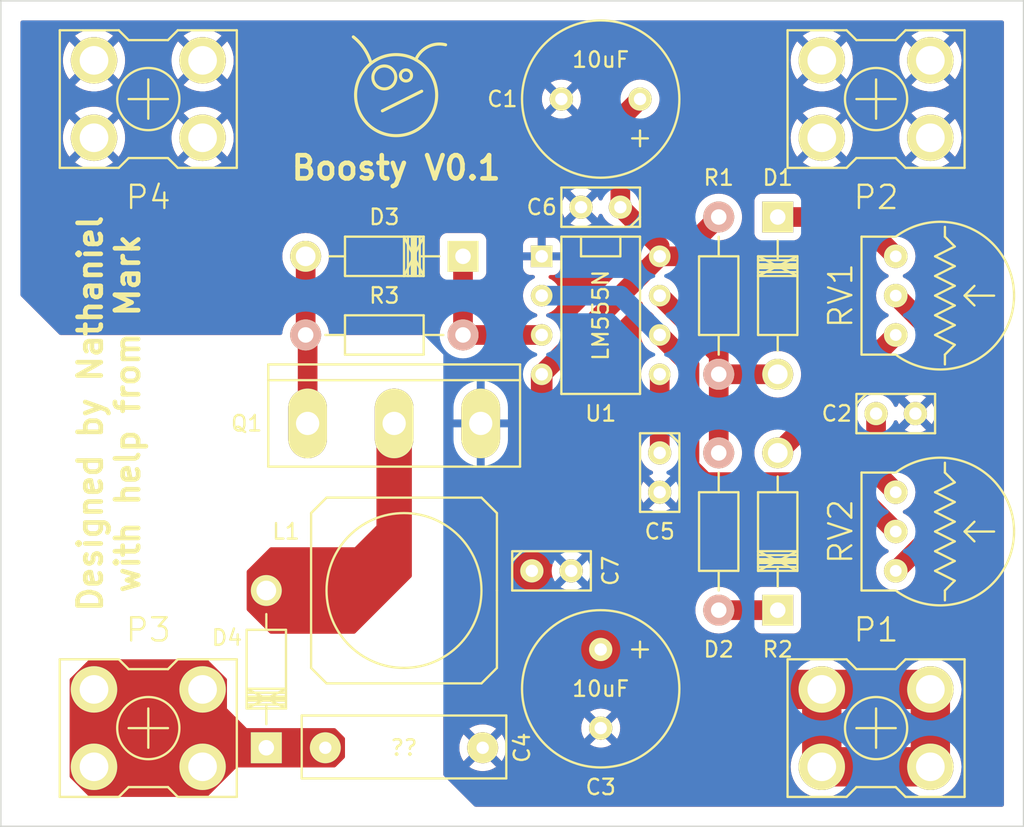
<source format=kicad_pcb>
(kicad_pcb (version 20221018) (generator pcbnew)
  (layers (0 "F.Cu" signal) (31 "B.Cu" signal) (34 "B.Paste" user) (35 "F.Paste" user) (36 "B.SilkS" user "B.Silkscreen") (37 "F.SilkS" user "F.Silkscreen") (38 "B.Mask" user) (39 "F.Mask" user) (44 "Edge.Cuts" user))
  (net 0 "")
  (net 1 "GND")
  (net 2 "VCC")
  (net 3 "Net-(C2-Pad1)")
  (net 4 "Net-(C5-Pad1)")
  (net 5 "Net-(D1-Pad1)")
  (net 6 "Net-(D1-Pad2)")
  (net 7 "Net-(D2-Pad1)")
  (net 8 "Net-(D2-Pad2)")
  (net 9 "Net-(D3-Pad2)")
  (net 10 "Net-(RV1-Pad2)")
  (net 11 "Net-(RV2-Pad2)")
  (net 12 "/BOOST_OUT")
  (net 13 "Net-(D3-Pad1)")
  (net 14 "Net-(D4-Pad1)")
  (footprint "Capacitors_Elko_ThroughHole:Elko_vert_20x10mm_RM5" (layer "F.Cu") (at 118.11 58.42 180)
    (fp_text reference "C1" (at 8.89 0 180) (layer "F.SilkS"))
    (fp_text value "10uF" (at 2.54 2.54 180) (layer "F.SilkS"))
    (fp_line (start -0.508 -2.54) (end 0.508 -2.54) (stroke (width 0.15)) (layer "F.Cu"))
    (fp_line (start 0 -3.048) (end 0 -2.032) (stroke (width 0.15)) (layer "F.Cu"))
    (fp_line (start -0.508 -2.54) (end 0.508 -2.54) (stroke (width 0.15)) (layer "F.SilkS"))
    (fp_line (start 0 -3.048) (end 0 -2.032) (stroke (width 0.15)) (layer "F.SilkS"))
    (fp_circle (center 2.54 0) (end 7.62 0) (stroke (width 0.15)) (fill none) (layer "F.SilkS"))
    (pad "1" thru_hole circle (at 0 0 180) (size 1.50114 1.50114) (drill 0.8001) (layers "*.Cu" "*.Mask" "F.SilkS") (net 2 "VCC"))
    (pad "2" thru_hole circle (at 5.08 0 180) (size 1.50114 1.50114) (drill 0.8001) (layers "*.Cu" "*.Mask" "F.SilkS") (net 1 "GND"))
  )
  (footprint "Capacitors_ThroughHole:Capacitor3MMDiscRM2.5" (layer "F.Cu") (at 119.38 82.55 -90)
    (fp_text reference "C5" (at 3.81 0) (layer "F.SilkS"))
    (fp_text value "0.01uF" hide)
    (fp_line (start -2.54 -0.635) (end -1.905 -1.27) (stroke (width 0.15)) (layer "F.SilkS"))
    (fp_line (start -2.54 1.27) (end -2.54 -1.27) (stroke (width 0.15)) (layer "F.SilkS"))
    (fp_line (start -2.4892 -1.27) (end 2.54 -1.27) (stroke (width 0.15)) (layer "F.SilkS"))
    (fp_line (start 2.54 -1.27) (end 2.54 1.27) (stroke (width 0.15)) (layer "F.SilkS"))
    (fp_line (start 2.54 1.27) (end -2.54 1.27) (stroke (width 0.15)) (layer "F.SilkS"))
    (pad "1" thru_hole circle (at -1.27 0 270) (size 1.50114 1.50114) (drill 0.8001) (layers "*.Cu" "*.Mask" "F.SilkS") (net 4 "Net-(C5-Pad1)"))
    (pad "2" thru_hole circle (at 1.27 0 270) (size 1.50114 1.50114) (drill 0.8001) (layers "*.Cu" "*.Mask" "F.SilkS") (net 1 "GND"))
  )
  (footprint "Diodes_ThroughHole:Diode_DO-41_SOD81_Horizontal_RM10" (layer "F.Cu") (at 127 71.12 90)
    (fp_text reference "D1" (at 7.62 0 180) (layer "F.SilkS"))
    (fp_text value "DIODE" hide)
    (fp_line (start -2.54 -1.27) (end -2.54 1.27) (stroke (width 0.15)) (layer "F.SilkS"))
    (fp_line (start -2.54 0) (end -3.556 0) (stroke (width 0.15)) (layer "F.SilkS"))
    (fp_line (start -2.54 1.27) (end 2.54 1.27) (stroke (width 0.15)) (layer "F.SilkS"))
    (fp_line (start 1.27 -1.27) (end 1.27 1.27) (stroke (width 0.15)) (layer "F.SilkS"))
    (fp_line (start 1.27 -1.27) (end 2.54 1.27) (stroke (width 0.15)) (layer "F.SilkS"))
    (fp_line (start 1.524 -1.27) (end 1.524 1.27) (stroke (width 0.15)) (layer "F.SilkS"))
    (fp_line (start 1.778 -1.27) (end 1.778 1.27) (stroke (width 0.15)) (layer "F.SilkS"))
    (fp_line (start 1.905 -1.27) (end 1.905 1.27) (stroke (width 0.15)) (layer "F.SilkS"))
    (fp_line (start 2.032 -1.27) (end 2.032 1.27) (stroke (width 0.15)) (layer "F.SilkS"))
    (fp_line (start 2.286 -1.27) (end 2.286 1.27) (stroke (width 0.15)) (layer "F.SilkS"))
    (fp_line (start 2.286 0) (end 3.556 0) (stroke (width 0.15)) (layer "F.SilkS"))
    (fp_line (start 2.54 -1.27) (end -2.54 -1.27) (stroke (width 0.15)) (layer "F.SilkS"))
    (fp_line (start 2.54 -1.27) (end 1.27 1.27) (stroke (width 0.15)) (layer "F.SilkS"))
    (fp_line (start 2.54 1.27) (end 2.54 -1.27) (stroke (width 0.15)) (layer "F.SilkS"))
    (pad "1" thru_hole circle (at -5.08 0 90) (size 1.99898 1.99898) (drill 1.27) (layers "*.Cu" "*.Mask" "F.SilkS") (net 5 "Net-(D1-Pad1)"))
    (pad "2" thru_hole rect (at 5.08 0 90) (size 1.99898 1.99898) (drill 1.00076) (layers "*.Cu" "*.Mask" "F.SilkS") (net 6 "Net-(D1-Pad2)"))
  )
  (footprint "Diodes_ThroughHole:Diode_DO-41_SOD81_Horizontal_RM10" (layer "F.Cu") (at 127 86.36 -90)
    (fp_text reference "D2" (at 7.62 3.81) (layer "F.SilkS"))
    (fp_text value "DIODE" hide)
    (fp_line (start -2.54 -1.27) (end -2.54 1.27) (stroke (width 0.15)) (layer "F.SilkS"))
    (fp_line (start -2.54 0) (end -3.556 0) (stroke (width 0.15)) (layer "F.SilkS"))
    (fp_line (start -2.54 1.27) (end 2.54 1.27) (stroke (width 0.15)) (layer "F.SilkS"))
    (fp_line (start 1.27 -1.27) (end 1.27 1.27) (stroke (width 0.15)) (layer "F.SilkS"))
    (fp_line (start 1.27 -1.27) (end 2.54 1.27) (stroke (width 0.15)) (layer "F.SilkS"))
    (fp_line (start 1.524 -1.27) (end 1.524 1.27) (stroke (width 0.15)) (layer "F.SilkS"))
    (fp_line (start 1.778 -1.27) (end 1.778 1.27) (stroke (width 0.15)) (layer "F.SilkS"))
    (fp_line (start 1.905 -1.27) (end 1.905 1.27) (stroke (width 0.15)) (layer "F.SilkS"))
    (fp_line (start 2.032 -1.27) (end 2.032 1.27) (stroke (width 0.15)) (layer "F.SilkS"))
    (fp_line (start 2.286 -1.27) (end 2.286 1.27) (stroke (width 0.15)) (layer "F.SilkS"))
    (fp_line (start 2.286 0) (end 3.556 0) (stroke (width 0.15)) (layer "F.SilkS"))
    (fp_line (start 2.54 -1.27) (end -2.54 -1.27) (stroke (width 0.15)) (layer "F.SilkS"))
    (fp_line (start 2.54 -1.27) (end 1.27 1.27) (stroke (width 0.15)) (layer "F.SilkS"))
    (fp_line (start 2.54 1.27) (end 2.54 -1.27) (stroke (width 0.15)) (layer "F.SilkS"))
    (pad "1" thru_hole circle (at -5.08 0 270) (size 1.99898 1.99898) (drill 1.27) (layers "*.Cu" "*.Mask" "F.SilkS") (net 7 "Net-(D2-Pad1)"))
    (pad "2" thru_hole rect (at 5.08 0 270) (size 1.99898 1.99898) (drill 1.00076) (layers "*.Cu" "*.Mask" "F.SilkS") (net 8 "Net-(D2-Pad2)"))
  )
  (footprint "Diodes_ThroughHole:Diode_DO-41_SOD81_Horizontal_RM10" (layer "F.Cu") (at 101.6 68.58)
    (fp_text reference "D3" (at 0 -2.54) (layer "F.SilkS"))
    (fp_text value "DIODE" hide)
    (fp_line (start -2.54 -1.27) (end -2.54 1.27) (stroke (width 0.15)) (layer "F.SilkS"))
    (fp_line (start -2.54 0) (end -3.556 0) (stroke (width 0.15)) (layer "F.SilkS"))
    (fp_line (start -2.54 1.27) (end 2.54 1.27) (stroke (width 0.15)) (layer "F.SilkS"))
    (fp_line (start 1.27 -1.27) (end 1.27 1.27) (stroke (width 0.15)) (layer "F.SilkS"))
    (fp_line (start 1.27 -1.27) (end 2.54 1.27) (stroke (width 0.15)) (layer "F.SilkS"))
    (fp_line (start 1.524 -1.27) (end 1.524 1.27) (stroke (width 0.15)) (layer "F.SilkS"))
    (fp_line (start 1.778 -1.27) (end 1.778 1.27) (stroke (width 0.15)) (layer "F.SilkS"))
    (fp_line (start 1.905 -1.27) (end 1.905 1.27) (stroke (width 0.15)) (layer "F.SilkS"))
    (fp_line (start 2.032 -1.27) (end 2.032 1.27) (stroke (width 0.15)) (layer "F.SilkS"))
    (fp_line (start 2.286 -1.27) (end 2.286 1.27) (stroke (width 0.15)) (layer "F.SilkS"))
    (fp_line (start 2.286 0) (end 3.556 0) (stroke (width 0.15)) (layer "F.SilkS"))
    (fp_line (start 2.54 -1.27) (end -2.54 -1.27) (stroke (width 0.15)) (layer "F.SilkS"))
    (fp_line (start 2.54 -1.27) (end 1.27 1.27) (stroke (width 0.15)) (layer "F.SilkS"))
    (fp_line (start 2.54 1.27) (end 2.54 -1.27) (stroke (width 0.15)) (layer "F.SilkS"))
    (pad "1" thru_hole circle (at -5.08 0) (size 1.99898 1.99898) (drill 1.27) (layers "*.Cu" "*.Mask" "F.SilkS") (net 13 "Net-(D3-Pad1)"))
    (pad "2" thru_hole rect (at 5.08 0) (size 1.99898 1.99898) (drill 1.00076) (layers "*.Cu" "*.Mask" "F.SilkS") (net 9 "Net-(D3-Pad2)"))
  )
  (footprint "Resistors_ThroughHole:Resistor_Horizontal_RM10mm" (layer "F.Cu") (at 123.19 71.12 -90)
    (fp_text reference "R1" (at -7.62 0) (layer "F.SilkS"))
    (fp_text value "1k" hide)
    (fp_line (start -2.54 -1.27) (end 2.54 -1.27) (stroke (width 0.15)) (layer "F.SilkS"))
    (fp_line (start -2.54 0) (end -3.81 0) (stroke (width 0.15)) (layer "F.SilkS"))
    (fp_line (start -2.54 1.27) (end -2.54 -1.27) (stroke (width 0.15)) (layer "F.SilkS"))
    (fp_line (start 2.54 -1.27) (end 2.54 1.27) (stroke (width 0.15)) (layer "F.SilkS"))
    (fp_line (start 2.54 0) (end 3.81 0) (stroke (width 0.15)) (layer "F.SilkS"))
    (fp_line (start 2.54 1.27) (end -2.54 1.27) (stroke (width 0.15)) (layer "F.SilkS"))
    (pad "1" thru_hole circle (at -5.08 0 270) (size 1.99898 1.99898) (drill 1.00076) (layers "*.Cu" "*.SilkS" "*.Mask") (net 2 "VCC"))
    (pad "2" thru_hole circle (at 5.08 0 270) (size 1.99898 1.99898) (drill 1.00076) (layers "*.Cu" "*.SilkS" "*.Mask") (net 5 "Net-(D1-Pad1)"))
  )
  (footprint "Resistors_ThroughHole:Resistor_Horizontal_RM10mm" (layer "F.Cu") (at 123.19 86.36 -90)
    (fp_text reference "R2" (at 7.62 -3.81) (layer "F.SilkS"))
    (fp_text value "1k" hide)
    (fp_line (start -2.54 -1.27) (end 2.54 -1.27) (stroke (width 0.15)) (layer "F.SilkS"))
    (fp_line (start -2.54 0) (end -3.81 0) (stroke (width 0.15)) (layer "F.SilkS"))
    (fp_line (start -2.54 1.27) (end -2.54 -1.27) (stroke (width 0.15)) (layer "F.SilkS"))
    (fp_line (start 2.54 -1.27) (end 2.54 1.27) (stroke (width 0.15)) (layer "F.SilkS"))
    (fp_line (start 2.54 0) (end 3.81 0) (stroke (width 0.15)) (layer "F.SilkS"))
    (fp_line (start 2.54 1.27) (end -2.54 1.27) (stroke (width 0.15)) (layer "F.SilkS"))
    (pad "1" thru_hole circle (at -5.08 0 270) (size 1.99898 1.99898) (drill 1.00076) (layers "*.Cu" "*.SilkS" "*.Mask") (net 5 "Net-(D1-Pad1)"))
    (pad "2" thru_hole circle (at 5.08 0 270) (size 1.99898 1.99898) (drill 1.00076) (layers "*.Cu" "*.SilkS" "*.Mask") (net 8 "Net-(D2-Pad2)"))
  )
  (footprint "Resistors_ThroughHole:Resistor_Horizontal_RM10mm" (layer "F.Cu") (at 101.6 73.66)
    (fp_text reference "R3" (at 0 -2.54) (layer "F.SilkS"))
    (fp_text value "1k" hide)
    (fp_line (start -2.54 -1.27) (end 2.54 -1.27) (stroke (width 0.15)) (layer "F.SilkS"))
    (fp_line (start -2.54 0) (end -3.81 0) (stroke (width 0.15)) (layer "F.SilkS"))
    (fp_line (start -2.54 1.27) (end -2.54 -1.27) (stroke (width 0.15)) (layer "F.SilkS"))
    (fp_line (start 2.54 -1.27) (end 2.54 1.27) (stroke (width 0.15)) (layer "F.SilkS"))
    (fp_line (start 2.54 0) (end 3.81 0) (stroke (width 0.15)) (layer "F.SilkS"))
    (fp_line (start 2.54 1.27) (end -2.54 1.27) (stroke (width 0.15)) (layer "F.SilkS"))
    (pad "1" thru_hole circle (at -5.08 0) (size 1.99898 1.99898) (drill 1.00076) (layers "*.Cu" "*.SilkS" "*.Mask") (net 13 "Net-(D3-Pad1)"))
    (pad "2" thru_hole circle (at 5.08 0) (size 1.99898 1.99898) (drill 1.00076) (layers "*.Cu" "*.SilkS" "*.Mask") (net 9 "Net-(D3-Pad2)"))
  )
  (footprint "Sockets_DIP:DIP-8__300" (layer "F.Cu") (at 115.57 72.39 -90)
    (fp_text reference "U1" (at 6.35 0) (layer "F.SilkS"))
    (fp_text value "LM555N" (at 0 0 270) (layer "F.SilkS"))
    (fp_line (start -5.08 -2.54) (end 5.08 -2.54) (stroke (width 0.15)) (layer "F.SilkS"))
    (fp_line (start -5.08 -1.27) (end -3.81 -1.27) (stroke (width 0.15)) (layer "F.SilkS"))
    (fp_line (start -5.08 2.54) (end -5.08 -2.54) (stroke (width 0.15)) (layer "F.SilkS"))
    (fp_line (start -3.81 -1.27) (end -3.81 1.27) (stroke (width 0.15)) (layer "F.SilkS"))
    (fp_line (start -3.81 1.27) (end -5.08 1.27) (stroke (width 0.15)) (layer "F.SilkS"))
    (fp_line (start 5.08 -2.54) (end 5.08 2.54) (stroke (width 0.15)) (layer "F.SilkS"))
    (fp_line (start 5.08 2.54) (end -5.08 2.54) (stroke (width 0.15)) (layer "F.SilkS"))
    (pad "1" thru_hole rect (at -3.81 3.81 270) (size 1.397 1.397) (drill 0.8128) (layers "*.Cu" "*.Mask" "F.SilkS") (net 1 "GND"))
    (pad "2" thru_hole circle (at -1.27 3.81 270) (size 1.397 1.397) (drill 0.8128) (layers "*.Cu" "*.Mask" "F.SilkS") (net 11 "Net-(RV2-Pad2)"))
    (pad "3" thru_hole circle (at 1.27 3.81 270) (size 1.397 1.397) (drill 0.8128) (layers "*.Cu" "*.Mask" "F.SilkS") (net 9 "Net-(D3-Pad2)"))
    (pad "4" thru_hole circle (at 3.81 3.81 270) (size 1.397 1.397) (drill 0.8128) (layers "*.Cu" "*.Mask" "F.SilkS") (net 2 "VCC"))
    (pad "5" thru_hole circle (at 3.81 -3.81 270) (size 1.397 1.397) (drill 0.8128) (layers "*.Cu" "*.Mask" "F.SilkS") (net 4 "Net-(C5-Pad1)"))
    (pad "6" thru_hole circle (at 1.27 -3.81 270) (size 1.397 1.397) (drill 0.8128) (layers "*.Cu" "*.Mask" "F.SilkS") (net 11 "Net-(RV2-Pad2)"))
    (pad "7" thru_hole circle (at -1.27 -3.81 270) (size 1.397 1.397) (drill 0.8128) (layers "*.Cu" "*.Mask" "F.SilkS") (net 5 "Net-(D1-Pad1)"))
    (pad "8" thru_hole circle (at -3.81 -3.81 270) (size 1.397 1.397) (drill 0.8128) (layers "*.Cu" "*.Mask" "F.SilkS") (net 2 "VCC"))
  )
  (footprint "Capacitors_ThroughHole:Capacitor13x4RM10" (layer "F.Cu") (at 102.87 100.33)
    (fp_text reference "C4" (at 7.62 0 90) (layer "F.SilkS"))
    (fp_text value "??" (at 0 0) (layer "F.SilkS"))
    (fp_line (start -6.604 -2.0828) (end -6.604 1.9812) (stroke (width 0.15)) (layer "F.SilkS"))
    (fp_line (start -6.604 -2.0828) (end 6.604 -2.0828) (stroke (width 0.15)) (layer "F.SilkS"))
    (fp_line (start 6.604 1.9812) (end -6.604 1.9812) (stroke (width 0.15)) (layer "F.SilkS"))
    (fp_line (start 6.604 1.9812) (end 6.604 -2.0828) (stroke (width 0.15)) (layer "F.SilkS"))
    (pad "1" thru_hole circle (at -5.08 0) (size 1.99898 1.99898) (drill 0.8001) (layers "*.Cu" "*.Mask" "F.SilkS") (net 12 "/BOOST_OUT"))
    (pad "2" thru_hole circle (at 5.08 0) (size 1.99898 1.99898) (drill 0.8001) (layers "*.Cu" "*.Mask" "F.SilkS") (net 1 "GND"))
  )
  (footprint "Capacitors_ThroughHole:Capacitor3MMDiscRM2.5" (layer "F.Cu") (at 134.62 78.74)
    (fp_text reference "C2" (at -3.81 0) (layer "F.SilkS"))
    (fp_text value "1uF" hide)
    (fp_line (start -2.54 -0.635) (end -1.905 -1.27) (stroke (width 0.15)) (layer "F.SilkS"))
    (fp_line (start -2.54 1.27) (end -2.54 -1.27) (stroke (width 0.15)) (layer "F.SilkS"))
    (fp_line (start -2.4892 -1.27) (end 2.54 -1.27) (stroke (width 0.15)) (layer "F.SilkS"))
    (fp_line (start 2.54 -1.27) (end 2.54 1.27) (stroke (width 0.15)) (layer "F.SilkS"))
    (fp_line (start 2.54 1.27) (end -2.54 1.27) (stroke (width 0.15)) (layer "F.SilkS"))
    (pad "1" thru_hole circle (at -1.27 0) (size 1.50114 1.50114) (drill 0.8001) (layers "*.Cu" "*.Mask" "F.SilkS") (net 3 "Net-(C2-Pad1)"))
    (pad "2" thru_hole circle (at 1.27 0) (size 1.50114 1.50114) (drill 0.8001) (layers "*.Cu" "*.Mask" "F.SilkS") (net 1 "GND"))
  )
  (footprint "Capacitors_Elko_ThroughHole:Elko_vert_20x10mm_RM5" (layer "F.Cu") (at 115.57 93.98 -90)
    (fp_text reference "C3" (at 8.89 0) (layer "F.SilkS"))
    (fp_text value "10uF" (at 2.54 0) (layer "F.SilkS"))
    (fp_line (start -0.508 -2.54) (end 0.508 -2.54) (stroke (width 0.15)) (layer "F.Cu"))
    (fp_line (start 0 -3.048) (end 0 -2.032) (stroke (width 0.15)) (layer "F.Cu"))
    (fp_line (start -0.508 -2.54) (end 0.508 -2.54) (stroke (width 0.15)) (layer "F.SilkS"))
    (fp_line (start 0 -3.048) (end 0 -2.032) (stroke (width 0.15)) (layer "F.SilkS"))
    (fp_circle (center 2.54 0) (end 7.62 0) (stroke (width 0.15)) (fill none) (layer "F.SilkS"))
    (pad "1" thru_hole circle (at 0 0 270) (size 1.50114 1.50114) (drill 0.8001) (layers "*.Cu" "*.Mask" "F.SilkS") (net 2 "VCC"))
    (pad "2" thru_hole circle (at 5.08 0 270) (size 1.50114 1.50114) (drill 0.8001) (layers "*.Cu" "*.Mask" "F.SilkS") (net 1 "GND"))
  )
  (footprint "NQBit:Screw_Terminal_x1" (layer "F.Cu") (at 133.35 58.42 90)
    (fp_text reference "P2" (at -6.35 0 180) (layer "F.SilkS") (effects (font (size 1.5 1.5))))
    (fp_text value "CONN_01X01" hide)
    (fp_line (start -4.445 -5.715) (end -4.445 -1.905) (stroke (width 0.15)) (layer "F.SilkS"))
    (fp_line (start -4.445 -5.715) (end 4.445 -5.715) (stroke (width 0.15)) (layer "F.SilkS"))
    (fp_line (start -4.445 -1.905) (end -3.81 -1.27) (stroke (width 0.15)) (layer "F.SilkS"))
    (fp_line (start -4.445 5.715) (end -4.445 1.905) (stroke (width 0.15)) (layer "F.SilkS"))
    (fp_line (start -3.81 -1.27) (end -3.81 1.27) (stroke (width 0.15)) (layer "F.SilkS"))
    (fp_line (start -3.81 1.27) (end -4.445 1.905) (stroke (width 0.15)) (layer "F.SilkS"))
    (fp_line (start -1.27 0) (end 1.27 0) (stroke (width 0.15)) (layer "F.SilkS"))
    (fp_line (start 0 1.27) (end 0 -1.27) (stroke (width 0.15)) (layer "F.SilkS"))
    (fp_line (start 3.81 -1.27) (end 4.445 -1.905) (stroke (width 0.15)) (layer "F.SilkS"))
    (fp_line (start 3.81 1.27) (end 3.81 -1.27) (stroke (width 0.15)) (layer "F.SilkS"))
    (fp_line (start 4.445 -5.715) (end 4.445 -1.905) (stroke (width 0.15)) (layer "F.SilkS"))
    (fp_line (start 4.445 1.905) (end 3.81 1.27) (stroke (width 0.15)) (layer "F.SilkS"))
    (fp_line (start 4.445 5.715) (end -4.445 5.715) (stroke (width 0.15)) (layer "F.SilkS"))
    (fp_line (start 4.445 5.715) (end 4.445 1.905) (stroke (width 0.15)) (layer "F.SilkS"))
    (fp_circle (center 0 0) (end 1.905 0.635) (stroke (width 0.15)) (fill none) (layer "F.SilkS"))
    (pad "1" thru_hole circle (at -2.5 -3.505 90) (size 3 3) (drill 1.85) (layers "*.Cu" "*.Mask" "F.SilkS") (net 1 "GND"))
    (pad "1" thru_hole circle (at -2.5 3.505 90) (size 3 3) (drill 1.85) (layers "*.Cu" "*.Mask" "F.SilkS") (net 1 "GND"))
    (pad "1" thru_hole circle (at 2.5 -3.505 90) (size 3 3) (drill 1.85) (layers "*.Cu" "*.Mask" "F.SilkS") (net 1 "GND"))
    (pad "1" thru_hole circle (at 2.5 3.505 90) (size 3 3) (drill 1.85) (layers "*.Cu" "*.Mask" "F.SilkS") (net 1 "GND"))
  )
  (footprint "NQBit:Screw_Terminal_x1" (layer "F.Cu") (at 86.36 99.06 90)
    (fp_text reference "P3" (at 6.35 0 180) (layer "F.SilkS") (effects (font (size 1.5 1.5))))
    (fp_text value "CONN_01X01" hide)
    (fp_line (start -4.445 -5.715) (end -4.445 -1.905) (stroke (width 0.15)) (layer "F.SilkS"))
    (fp_line (start -4.445 -5.715) (end 4.445 -5.715) (stroke (width 0.15)) (layer "F.SilkS"))
    (fp_line (start -4.445 -1.905) (end -3.81 -1.27) (stroke (width 0.15)) (layer "F.SilkS"))
    (fp_line (start -4.445 5.715) (end -4.445 1.905) (stroke (width 0.15)) (layer "F.SilkS"))
    (fp_line (start -3.81 -1.27) (end -3.81 1.27) (stroke (width 0.15)) (layer "F.SilkS"))
    (fp_line (start -3.81 1.27) (end -4.445 1.905) (stroke (width 0.15)) (layer "F.SilkS"))
    (fp_line (start -1.27 0) (end 1.27 0) (stroke (width 0.15)) (layer "F.SilkS"))
    (fp_line (start 0 1.27) (end 0 -1.27) (stroke (width 0.15)) (layer "F.SilkS"))
    (fp_line (start 3.81 -1.27) (end 4.445 -1.905) (stroke (width 0.15)) (layer "F.SilkS"))
    (fp_line (start 3.81 1.27) (end 3.81 -1.27) (stroke (width 0.15)) (layer "F.SilkS"))
    (fp_line (start 4.445 -5.715) (end 4.445 -1.905) (stroke (width 0.15)) (layer "F.SilkS"))
    (fp_line (start 4.445 1.905) (end 3.81 1.27) (stroke (width 0.15)) (layer "F.SilkS"))
    (fp_line (start 4.445 5.715) (end -4.445 5.715) (stroke (width 0.15)) (layer "F.SilkS"))
    (fp_line (start 4.445 5.715) (end 4.445 1.905) (stroke (width 0.15)) (layer "F.SilkS"))
    (fp_circle (center 0 0) (end 1.905 0.635) (stroke (width 0.15)) (fill none) (layer "F.SilkS"))
    (pad "1" thru_hole circle (at -2.5 -3.505 90) (size 3 3) (drill 1.85) (layers "*.Cu" "*.Mask" "F.SilkS") (net 12 "/BOOST_OUT"))
    (pad "1" thru_hole circle (at -2.5 3.505 90) (size 3 3) (drill 1.85) (layers "*.Cu" "*.Mask" "F.SilkS") (net 12 "/BOOST_OUT"))
    (pad "1" thru_hole circle (at 2.5 -3.505 90) (size 3 3) (drill 1.85) (layers "*.Cu" "*.Mask" "F.SilkS") (net 12 "/BOOST_OUT"))
    (pad "1" thru_hole circle (at 2.5 3.505 90) (size 3 3) (drill 1.85) (layers "*.Cu" "*.Mask" "F.SilkS") (net 12 "/BOOST_OUT"))
  )
  (footprint "Inductors:SELF-WE-PD-XXL" (layer "F.Cu") (at 102.87 90.17 180)
    (fp_text reference "L1" (at 7.62 3.81) (layer "F.SilkS"))
    (fp_text value "INDUCTOR" hide)
    (fp_text user "" (at 0 0 180) (layer "F.SilkS"))
    (fp_text user "" (at 0 0 180) (layer "F.SilkS"))
    (fp_line (start -5.99948 -5.00126) (end -5.00126 -5.99948) (stroke (width 0.15)) (layer "F.SilkS"))
    (fp_line (start -5.99948 0) (end -5.99948 -5.00126) (stroke (width 0.15)) (layer "F.SilkS"))
    (fp_line (start -5.99948 5.00126) (end -5.99948 0) (stroke (width 0.15)) (layer "F.SilkS"))
    (fp_line (start -5.00126 -5.99948) (end 5.00126 -5.99948) (stroke (width 0.15)) (layer "F.SilkS"))
    (fp_line (start -5.00126 5.99948) (end -5.99948 5.00126) (stroke (width 0.15)) (layer "F.SilkS"))
    (fp_line (start 5.00126 -5.99948) (end 5.99948 -5.00126) (stroke (width 0.15)) (layer "F.SilkS"))
    (fp_line (start 5.00126 5.99948) (end -5.00126 5.99948) (stroke (width 0.15)) (layer "F.SilkS"))
    (fp_line (start 5.99948 -5.00126) (end 5.99948 5.00126) (stroke (width 0.15)) (layer "F.SilkS"))
    (fp_line (start 5.99948 5.00126) (end 5.00126 5.99948) (stroke (width 0.15)) (layer "F.SilkS"))
    (fp_circle (center 0 0) (end 0 -5.00126) (stroke (width 0.15)) (fill none) (layer "F.SilkS"))
    (pad "1" smd rect (at -5.00126 0 180) (size 2.90068 5.40004) (layers "F.Cu" "F.Paste" "F.Mask") (net 2 "VCC"))
    (pad "2" smd rect (at 5.00126 0 180) (size 2.90068 5.40004) (layers "F.Cu" "F.Paste" "F.Mask") (net 14 "Net-(D4-Pad1)"))
  )
  (footprint "NQBit:Potentiometer_Thumbwheel" (layer "F.Cu") (at 134.62 71.12 90)
    (fp_text reference "RV1" (at 0 -3.556 90) (layer "F.SilkS") (effects (font (size 1.5 1.5))))
    (fp_text value "1k" hide)
    (fp_line (start -3.81 -2.21) (end 3.81 -2.21) (stroke (width 0.15)) (layer "F.SilkS"))
    (fp_line (start -3.81 0) (end -3.81 -2.21) (stroke (width 0.15)) (layer "F.SilkS"))
    (fp_line (start -3.81 3.175) (end -4.445 3.175) (stroke (width 0.15)) (layer "F.SilkS"))
    (fp_line (start -3.175 3.81) (end -3.81 3.175) (stroke (width 0.15)) (layer "F.SilkS"))
    (fp_line (start -3.175 3.81) (end -2.54 2.54) (stroke (width 0.15)) (layer "F.SilkS"))
    (fp_line (start -2.54 2.54) (end -1.905 3.81) (stroke (width 0.15)) (layer "F.SilkS"))
    (fp_line (start -1.905 3.81) (end -1.27 2.54) (stroke (width 0.15)) (layer "F.SilkS"))
    (fp_line (start -1.27 2.54) (end -0.635 3.81) (stroke (width 0.15)) (layer "F.SilkS"))
    (fp_line (start -0.635 3.81) (end 0 2.54) (stroke (width 0.15)) (layer "F.SilkS"))
    (fp_line (start 0 2.54) (end 0.635 3.81) (stroke (width 0.15)) (layer "F.SilkS"))
    (fp_line (start 0 4.445) (end -0.635 5.08) (stroke (width 0.15)) (layer "F.SilkS"))
    (fp_line (start 0 4.445) (end 0.635 5.08) (stroke (width 0.15)) (layer "F.SilkS"))
    (fp_line (start 0 6.35) (end 0 4.445) (stroke (width 0.15)) (layer "F.SilkS"))
    (fp_line (start 0.635 3.81) (end 1.27 2.54) (stroke (width 0.15)) (layer "F.SilkS"))
    (fp_line (start 1.27 2.54) (end 1.905 3.81) (stroke (width 0.15)) (layer "F.SilkS"))
    (fp_line (start 1.905 3.81) (end 2.54 2.54) (stroke (width 0.15)) (layer "F.SilkS"))
    (fp_line (start 2.54 2.54) (end 3.175 3.81) (stroke (width 0.15)) (layer "F.SilkS"))
    (fp_line (start 3.175 3.81) (end 3.81 3.175) (stroke (width 0.15)) (layer "F.SilkS"))
    (fp_line (start 3.81 0) (end 3.81 -2.21) (stroke (width 0.15)) (layer "F.SilkS"))
    (fp_line (start 3.81 3.175) (end 4.445 3.175) (stroke (width 0.15)) (layer "F.SilkS"))
    (fp_arc (start 3.81 0) (mid 0.040795 7.639836) (end -3.858531 0.065586) (stroke (width 0.15)) (layer "F.SilkS"))
    (pad "1" thru_hole circle (at -2.54 0 90) (size 1.524 1.524) (drill 0.762) (layers "*.Cu" "*.Mask" "F.SilkS") (net 7 "Net-(D2-Pad1)"))
    (pad "2" thru_hole circle (at 0 0 90) (size 1.524 1.524) (drill 0.762) (layers "*.Cu" "*.Mask" "F.SilkS") (net 10 "Net-(RV1-Pad2)"))
    (pad "3" thru_hole circle (at 2.54 0 90) (size 1.524 1.524) (drill 0.762) (layers "*.Cu" "*.Mask" "F.SilkS") (net 6 "Net-(D1-Pad2)"))
  )
  (footprint "NQBit:Screw_Terminal_x1" (layer "F.Cu") (at 133.35 99.06 90)
    (fp_text reference "P1" (at 6.35 0 180) (layer "F.SilkS") (effects (font (size 1.5 1.5))))
    (fp_text value "CONN_01X01" hide)
    (fp_line (start -4.445 -5.715) (end -4.445 -1.905) (stroke (width 0.15)) (layer "F.SilkS"))
    (fp_line (start -4.445 -5.715) (end 4.445 -5.715) (stroke (width 0.15)) (layer "F.SilkS"))
    (fp_line (start -4.445 -1.905) (end -3.81 -1.27) (stroke (width 0.15)) (layer "F.SilkS"))
    (fp_line (start -4.445 5.715) (end -4.445 1.905) (stroke (width 0.15)) (layer "F.SilkS"))
    (fp_line (start -3.81 -1.27) (end -3.81 1.27) (stroke (width 0.15)) (layer "F.SilkS"))
    (fp_line (start -3.81 1.27) (end -4.445 1.905) (stroke (width 0.15)) (layer "F.SilkS"))
    (fp_line (start -1.27 0) (end 1.27 0) (stroke (width 0.15)) (layer "F.SilkS"))
    (fp_line (start 0 1.27) (end 0 -1.27) (stroke (width 0.15)) (layer "F.SilkS"))
    (fp_line (start 3.81 -1.27) (end 4.445 -1.905) (stroke (width 0.15)) (layer "F.SilkS"))
    (fp_line (start 3.81 1.27) (end 3.81 -1.27) (stroke (width 0.15)) (layer "F.SilkS"))
    (fp_line (start 4.445 -5.715) (end 4.445 -1.905) (stroke (width 0.15)) (layer "F.SilkS"))
    (fp_line (start 4.445 1.905) (end 3.81 1.27) (stroke (width 0.15)) (layer "F.SilkS"))
    (fp_line (start 4.445 5.715) (end -4.445 5.715) (stroke (width 0.15)) (layer "F.SilkS"))
    (fp_line (start 4.445 5.715) (end 4.445 1.905) (stroke (width 0.15)) (layer "F.SilkS"))
    (fp_circle (center 0 0) (end 1.905 0.635) (stroke (width 0.15)) (fill none) (layer "F.SilkS"))
    (pad "1" thru_hole circle (at -2.5 -3.505 90) (size 3 3) (drill 1.85) (layers "*.Cu" "*.Mask" "F.SilkS") (net 2 "VCC"))
    (pad "1" thru_hole circle (at -2.5 3.505 90) (size 3 3) (drill 1.85) (layers "*.Cu" "*.Mask" "F.SilkS") (net 2 "VCC"))
    (pad "1" thru_hole circle (at 2.5 -3.505 90) (size 3 3) (drill 1.85) (layers "*.Cu" "*.Mask" "F.SilkS") (net 2 "VCC"))
    (pad "1" thru_hole circle (at 2.5 3.505 90) (size 3 3) (drill 1.85) (layers "*.Cu" "*.Mask" "F.SilkS") (net 2 "VCC"))
  )
  (footprint "Diodes_ThroughHole:Diode_DO-41_SOD81_Horizontal_RM10" (layer "F.Cu") (at 93.98 95.25 -90)
    (fp_text reference "D4" (at -2.032 2.54) (layer "F.SilkS"))
    (fp_text value "DIODE" hide)
    (fp_line (start -2.54 -1.27) (end -2.54 1.27) (stroke (width 0.15)) (layer "F.SilkS"))
    (fp_line (start -2.54 0) (end -3.556 0) (stroke (width 0.15)) (layer "F.SilkS"))
    (fp_line (start -2.54 1.27) (end 2.54 1.27) (stroke (width 0.15)) (layer "F.SilkS"))
    (fp_line (start 1.27 -1.27) (end 1.27 1.27) (stroke (width 0.15)) (layer "F.SilkS"))
    (fp_line (start 1.27 -1.27) (end 2.54 1.27) (stroke (width 0.15)) (layer "F.SilkS"))
    (fp_line (start 1.524 -1.27) (end 1.524 1.27) (stroke (width 0.15)) (layer "F.SilkS"))
    (fp_line (start 1.778 -1.27) (end 1.778 1.27) (stroke (width 0.15)) (layer "F.SilkS"))
    (fp_line (start 1.905 -1.27) (end 1.905 1.27) (stroke (width 0.15)) (layer "F.SilkS"))
    (fp_line (start 2.032 -1.27) (end 2.032 1.27) (stroke (width 0.15)) (layer "F.SilkS"))
    (fp_line (start 2.286 -1.27) (end 2.286 1.27) (stroke (width 0.15)) (layer "F.SilkS"))
    (fp_line (start 2.286 0) (end 3.556 0) (stroke (width 0.15)) (layer "F.SilkS"))
    (fp_line (start 2.54 -1.27) (end -2.54 -1.27) (stroke (width 0.15)) (layer "F.SilkS"))
    (fp_line (start 2.54 -1.27) (end 1.27 1.27) (stroke (width 0.15)) (layer "F.SilkS"))
    (fp_line (start 2.54 1.27) (end 2.54 -1.27) (stroke (width 0.15)) (layer "F.SilkS"))
    (pad "1" thru_hole circle (at -5.08 0 270) (size 1.99898 1.99898) (drill 1.27) (layers "*.Cu" "*.Mask" "F.SilkS") (net 14 "Net-(D4-Pad1)"))
    (pad "2" thru_hole rect (at 5.08 0 270) (size 1.99898 1.99898) (drill 1.00076) (layers "*.Cu" "*.Mask" "F.SilkS") (net 12 "/BOOST_OUT"))
  )
  (footprint "NQBit:TO-247_Vertical_Neutral123" (layer "F.Cu") (at 102.235 79.375)
    (fp_text reference "Q1" (at -9.525 0) (layer "F.SilkS"))
    (fp_text value "MOSFET-N" hide)
    (fp_line (start -8.128 -3.81) (end 8.128 -3.81) (stroke (width 0.15)) (layer "F.SilkS"))
    (fp_line (start -8.128 -2.794) (end -8.128 -3.81) (stroke (width 0.15)) (layer "F.SilkS"))
    (fp_line (start -8.128 -2.794) (end -8.128 2.794) (stroke (width 0.15)) (layer "F.SilkS"))
    (fp_line (start -8.128 2.794) (end 8.128 2.794) (stroke (width 0.15)) (layer "F.SilkS"))
    (fp_line (start 8.128 -3.81) (end 8.128 -2.794) (stroke (width 0.15)) (layer "F.SilkS"))
    (fp_line (start 8.128 -2.794) (end -8.128 -2.794) (stroke (width 0.15)) (layer "F.SilkS"))
    (fp_line (start 8.128 2.794) (end 8.128 -2.794) (stroke (width 0.15)) (layer "F.SilkS"))
    (pad "1" thru_hole oval (at -5.588 0 90) (size 4.50088 2.49936) (drill 1.50114) (layers "*.Cu" "*.Mask" "F.SilkS") (net 13 "Net-(D3-Pad1)"))
    (pad "2" thru_hole oval (at 0 0 90) (size 4.50088 2.49936) (drill 1.50114) (layers "*.Cu" "*.Mask" "F.SilkS") (net 14 "Net-(D4-Pad1)"))
    (pad "3" thru_hole oval (at 5.588 0 90) (size 4.50088 2.49936) (drill 1.50114) (layers "*.Cu" "*.Mask" "F.SilkS") (net 1 "GND"))
  )
  (footprint "Capacitors_ThroughHole:Capacitor3MMDiscRM2.5" (layer "F.Cu") (at 115.57 65.405 180)
    (fp_text reference "C6" (at 3.81 0 180) (layer "F.SilkS"))
    (fp_text value "0.01uF" hide)
    (fp_line (start -2.54 -0.635) (end -1.905 -1.27) (stroke (width 0.15)) (layer "F.SilkS"))
    (fp_line (start -2.54 1.27) (end -2.54 -1.27) (stroke (width 0.15)) (layer "F.SilkS"))
    (fp_line (start -2.4892 -1.27) (end 2.54 -1.27) (stroke (width 0.15)) (layer "F.SilkS"))
    (fp_line (start 2.54 -1.27) (end 2.54 1.27) (stroke (width 0.15)) (layer "F.SilkS"))
    (fp_line (start 2.54 1.27) (end -2.54 1.27) (stroke (width 0.15)) (layer "F.SilkS"))
    (pad "1" thru_hole circle (at -1.27 0 180) (size 1.50114 1.50114) (drill 0.8001) (layers "*.Cu" "*.Mask" "F.SilkS") (net 2 "VCC"))
    (pad "2" thru_hole circle (at 1.27 0 180) (size 1.50114 1.50114) (drill 0.8001) (layers "*.Cu" "*.Mask" "F.SilkS") (net 1 "GND"))
  )
  (footprint "Capacitors_ThroughHole:Capacitor3MMDiscRM2.5" (layer "F.Cu") (at 112.395 88.9)
    (fp_text reference "C7" (at 3.81 0 90) (layer "F.SilkS"))
    (fp_text value "0.01uF" hide)
    (fp_line (start -2.54 -0.635) (end -1.905 -1.27) (stroke (width 0.15)) (layer "F.SilkS"))
    (fp_line (start -2.54 1.27) (end -2.54 -1.27) (stroke (width 0.15)) (layer "F.SilkS"))
    (fp_line (start -2.4892 -1.27) (end 2.54 -1.27) (stroke (width 0.15)) (layer "F.SilkS"))
    (fp_line (start 2.54 -1.27) (end 2.54 1.27) (stroke (width 0.15)) (layer "F.SilkS"))
    (fp_line (start 2.54 1.27) (end -2.54 1.27) (stroke (width 0.15)) (layer "F.SilkS"))
    (pad "1" thru_hole circle (at -1.27 0) (size 1.50114 1.50114) (drill 0.8001) (layers "*.Cu" "*.Mask" "F.SilkS") (net 2 "VCC"))
    (pad "2" thru_hole circle (at 1.27 0) (size 1.50114 1.50114) (drill 0.8001) (layers "*.Cu" "*.Mask" "F.SilkS") (net 1 "GND"))
  )
  (footprint "NQBit:Potentiometer_Thumbwheel" (layer "F.Cu") (at 134.62 86.36 90)
    (fp_text reference "RV2" (at 0 -3.556 90) (layer "F.SilkS") (effects (font (size 1.5 1.5))))
    (fp_text value "1k" hide)
    (fp_line (start -3.81 -2.21) (end 3.81 -2.21) (stroke (width 0.15)) (layer "F.SilkS"))
    (fp_line (start -3.81 0) (end -3.81 -2.21) (stroke (width 0.15)) (layer "F.SilkS"))
    (fp_line (start -3.81 3.175) (end -4.445 3.175) (stroke (width 0.15)) (layer "F.SilkS"))
    (fp_line (start -3.175 3.81) (end -3.81 3.175) (stroke (width 0.15)) (layer "F.SilkS"))
    (fp_line (start -3.175 3.81) (end -2.54 2.54) (stroke (width 0.15)) (layer "F.SilkS"))
    (fp_line (start -2.54 2.54) (end -1.905 3.81) (stroke (width 0.15)) (layer "F.SilkS"))
    (fp_line (start -1.905 3.81) (end -1.27 2.54) (stroke (width 0.15)) (layer "F.SilkS"))
    (fp_line (start -1.27 2.54) (end -0.635 3.81) (stroke (width 0.15)) (layer "F.SilkS"))
    (fp_line (start -0.635 3.81) (end 0 2.54) (stroke (width 0.15)) (layer "F.SilkS"))
    (fp_line (start 0 2.54) (end 0.635 3.81) (stroke (width 0.15)) (layer "F.SilkS"))
    (fp_line (start 0 4.445) (end -0.635 5.08) (stroke (width 0.15)) (layer "F.SilkS"))
    (fp_line (start 0 4.445) (end 0.635 5.08) (stroke (width 0.15)) (layer "F.SilkS"))
    (fp_line (start 0 6.35) (end 0 4.445) (stroke (width 0.15)) (layer "F.SilkS"))
    (fp_line (start 0.635 3.81) (end 1.27 2.54) (stroke (width 0.15)) (layer "F.SilkS"))
    (fp_line (start 1.27 2.54) (end 1.905 3.81) (stroke (width 0.15)) (layer "F.SilkS"))
    (fp_line (start 1.905 3.81) (end 2.54 2.54) (stroke (width 0.15)) (layer "F.SilkS"))
    (fp_line (start 2.54 2.54) (end 3.175 3.81) (stroke (width 0.15)) (layer "F.SilkS"))
    (fp_line (start 3.175 3.81) (end 3.81 3.175) (stroke (width 0.15)) (layer "F.SilkS"))
    (fp_line (start 3.81 0) (end 3.81 -2.21) (stroke (width 0.15)) (layer "F.SilkS"))
    (fp_line (start 3.81 3.175) (end 4.445 3.175) (stroke (width 0.15)) (layer "F.SilkS"))
    (fp_arc (start 3.81 0) (mid 0.040795 7.639836) (end -3.858531 0.065586) (stroke (width 0.15)) (layer "F.SilkS"))
    (pad "1" thru_hole circle (at -2.54 0 90) (size 1.524 1.524) (drill 0.762) (layers "*.Cu" "*.Mask" "F.SilkS") (net 10 "Net-(RV1-Pad2)"))
    (pad "2" thru_hole circle (at 0 0 90) (size 1.524 1.524) (drill 0.762) (layers "*.Cu" "*.Mask" "F.SilkS") (net 11 "Net-(RV2-Pad2)"))
    (pad "3" thru_hole circle (at 2.54 0 90) (size 1.524 1.524) (drill 0.762) (layers "*.Cu" "*.Mask" "F.SilkS") (net 3 "Net-(C2-Pad1)"))
  )
  (footprint "NQBit:Screw_Terminal_x1" (layer "F.Cu") (at 86.36 58.42 90)
    (fp_text reference "P4" (at -6.35 0 180) (layer "F.SilkS") (effects (font (size 1.5 1.5))))
    (fp_text value "CONN_01X01" hide)
    (fp_line (start -4.445 -5.715) (end -4.445 -1.905) (stroke (width 0.15)) (layer "F.SilkS"))
    (fp_line (start -4.445 -5.715) (end 4.445 -5.715) (stroke (width 0.15)) (layer "F.SilkS"))
    (fp_line (start -4.445 -1.905) (end -3.81 -1.27) (stroke (width 0.15)) (layer "F.SilkS"))
    (fp_line (start -4.445 5.715) (end -4.445 1.905) (stroke (width 0.15)) (layer "F.SilkS"))
    (fp_line (start -3.81 -1.27) (end -3.81 1.27) (stroke (width 0.15)) (layer "F.SilkS"))
    (fp_line (start -3.81 1.27) (end -4.445 1.905) (stroke (width 0.15)) (layer "F.SilkS"))
    (fp_line (start -1.27 0) (end 1.27 0) (stroke (width 0.15)) (layer "F.SilkS"))
    (fp_line (start 0 1.27) (end 0 -1.27) (stroke (width 0.15)) (layer "F.SilkS"))
    (fp_line (start 3.81 -1.27) (end 4.445 -1.905) (stroke (width 0.15)) (layer "F.SilkS"))
    (fp_line (start 3.81 1.27) (end 3.81 -1.27) (stroke (width 0.15)) (layer "F.SilkS"))
    (fp_line (start 4.445 -5.715) (end 4.445 -1.905) (stroke (width 0.15)) (layer "F.SilkS"))
    (fp_line (start 4.445 1.905) (end 3.81 1.27) (stroke (width 0.15)) (layer "F.SilkS"))
    (fp_line (start 4.445 5.715) (end -4.445 5.715) (stroke (width 0.15)) (layer "F.SilkS"))
    (fp_line (start 4.445 5.715) (end 4.445 1.905) (stroke (width 0.15)) (layer "F.SilkS"))
    (fp_circle (center 0 0) (end 1.905 0.635) (stroke (width 0.15)) (fill none) (layer "F.SilkS"))
    (pad "1" thru_hole circle (at -2.5 -3.505 90) (size 3 3) (drill 1.85) (layers "*.Cu" "*.Mask" "F.SilkS") (net 1 "GND"))
    (pad "1" thru_hole circle (at -2.5 3.505 90) (size 3 3) (drill 1.85) (layers "*.Cu" "*.Mask" "F.SilkS") (net 1 "GND"))
    (pad "1" thru_hole circle (at 2.5 -3.505 90) (size 3 3) (drill 1.85) (layers "*.Cu" "*.Mask" "F.SilkS") (net 1 "GND"))
    (pad "1" thru_hole circle (at 2.5 3.505 90) (size 3 3) (drill 1.85) (layers "*.Cu" "*.Mask" "F.SilkS") (net 1 "GND"))
  )
  (gr_circle (center 102.362 58.166) (end 101.727 60.706) (stroke (width 0.2)) (fill none) (layer "F.SilkS"))
  (gr_arc (start 103.632 55.88) (mid 104.414897 55.039681) (end 105.556426 54.913295) (stroke (width 0.2)) (layer "F.SilkS"))
  (gr_line (start 101.473 59.182) (end 104.013 57.912) (stroke (width 0.2)) (layer "F.SilkS"))
  (gr_arc (start 99.597461 54.403218) (mid 100.274277 55.121758) (end 100.711 56.007) (stroke (width 0.2)) (layer "F.SilkS"))
  (gr_circle (center 101.6 57.023) (end 102.235 57.404) (stroke (width 0.2)) (fill none) (layer "F.SilkS"))
  (gr_circle (center 102.997 56.896) (end 103.251 57.15) (stroke (width 0.2)) (fill none) (layer "F.SilkS"))
  (gr_line (start 76.835 105.41) (end 142.875 105.41) (stroke (width 0.1)) (layer "Edge.Cuts"))
  (gr_line (start 76.835 52.07) (end 76.835 105.41) (stroke (width 0.1)) (layer "Edge.Cuts"))
  (gr_line (start 142.875 105.41) (end 142.875 52.07) (stroke (width 0.1)) (layer "Edge.Cuts"))
  (gr_line (start 142.875 52.07) (end 76.835 52.07) (stroke (width 0.1)) (layer "Edge.Cuts"))
  (gr_text "Boosty V0.1" (at 102.362 62.865) (layer "F.SilkS") (effects (font (size 1.5 1.5) (thickness 0.3))))
  (gr_text "Designed by Nathaniel\nwith help from Mark" (at 83.82 78.74 90) (layer "F.SilkS") (effects (font (size 1.5 1.5) (thickness 0.3))))
  (segment (start 111.76 76.2) (end 119.38 68.58) (width 1.27) (layer "F.Cu") (net 2))
  (segment (start 119.38 67.945) (end 116.84 65.405) (width 1.27) (layer "F.Cu") (net 2))
  (segment (start 119.38 68.58) (end 119.38 67.945) (width 1.27) (layer "F.Cu") (net 2))
  (segment (start 129.845 96.56) (end 136.855 96.56) (width 2.54) (layer "F.Cu") (net 2))
  (segment (start 119.38 68.58) (end 120.65 68.58) (width 1.27) (layer "F.Cu") (net 2))
  (segment (start 116.84 65.405) (end 116.84 59.69) (width 1.27) (layer "F.Cu") (net 2))
  (segment (start 115.57 93.98) (end 118.15 96.56) (width 2.54) (layer "F.Cu") (net 2))
  (segment (start 118.15 96.56) (end 129.845 96.56) (width 2.54) (layer "F.Cu") (net 2))
  (segment (start 116.84 59.69) (end 118.11 58.42) (width 1.27) (layer "F.Cu") (net 2))
  (segment (start 120.65 68.58) (end 123.19 66.04) (width 1.27) (layer "F.Cu") (net 2))
  (segment (start 129.845 101.56) (end 136.855 101.56) (width 2.54) (layer "F.Cu") (net 2))
  (segment (start 136.855 101.56) (end 136.855 96.56) (width 2.54) (layer "F.Cu") (net 2))
  (segment (start 129.845 101.56) (end 129.845 96.56) (width 2.54) (layer "F.Cu") (net 2))
  (segment (start 133.35 82.55) (end 134.62 83.82) (width 1.27) (layer "F.Cu") (net 3))
  (segment (start 133.35 78.74) (end 133.35 82.55) (width 1.27) (layer "F.Cu") (net 3))
  (segment (start 119.38 81.28) (end 119.38 76.2) (width 1.27) (layer "F.Cu") (net 4))
  (segment (start 123.19 81.28) (end 123.19 76.2) (width 1.27) (layer "F.Cu") (net 5))
  (segment (start 123.19 74.93) (end 123.19 76.2) (width 1.27) (layer "F.Cu") (net 5))
  (segment (start 123.19 76.2) (end 127 76.2) (width 1.27) (layer "F.Cu") (net 5))
  (segment (start 119.38 71.12) (end 123.19 74.93) (width 1.27) (layer "F.Cu") (net 5))
  (segment (start 132.08 66.04) (end 134.62 68.58) (width 1.27) (layer "F.Cu") (net 6))
  (segment (start 127 66.04) (end 132.08 66.04) (width 1.27) (layer "F.Cu") (net 6))
  (segment (start 127 81.28) (end 134.62 73.66) (width 1.27) (layer "F.Cu") (net 7))
  (segment (start 127 91.44) (end 123.19 91.44) (width 1.27) (layer "F.Cu") (net 8))
  (segment (start 106.68 73.66) (end 111.76 73.66) (width 1.27) (layer "F.Cu") (net 9))
  (segment (start 106.68 68.58) (end 106.68 73.66) (width 1.27) (layer "F.Cu") (net 9))
  (segment (start 138.43 85.09) (end 134.62 88.9) (width 1.27) (layer "F.Cu") (net 10))
  (segment (start 138.43 74.93) (end 138.43 85.09) (width 1.27) (layer "F.Cu") (net 10))
  (segment (start 134.62 71.12) (end 138.43 74.93) (width 1.27) (layer "F.Cu") (net 10))
  (segment (start 122.283523 83.168491) (end 121.301509 82.186477) (width 1.27) (layer "F.Cu") (net 11))
  (segment (start 121.301509 75.581509) (end 119.38 73.66) (width 1.27) (layer "F.Cu") (net 11))
  (segment (start 131.428491 83.168491) (end 122.283523 83.168491) (width 1.27) (layer "F.Cu") (net 11))
  (segment (start 134.62 86.36) (end 131.428491 83.168491) (width 1.27) (layer "F.Cu") (net 11))
  (segment (start 121.301509 82.186477) (end 121.301509 75.581509) (width 1.27) (layer "F.Cu") (net 11))
  (segment (start 111.76 71.12) (end 116.84 71.12) (width 1.27) (layer "B.Cu") (net 11))
  (segment (start 116.84 71.12) (end 119.38 73.66) (width 1.27) (layer "B.Cu") (net 11))
  (segment (start 96.647 79.375) (end 96.647 73.787) (width 1.27) (layer "F.Cu") (net 13))
  (segment (start 96.52 68.58) (end 96.52 73.66) (width 1.27) (layer "F.Cu") (net 13))
  (segment (start 96.647 73.787) (end 96.52 73.66) (width 1.27) (layer "F.Cu") (net 13))
  (zone (net 12) (net_name "/BOOST_OUT") (layer "F.Cu") (connect_pads yes (clearance 0.508)) (min_thickness 0.254) (fill yes (thermal_gap 0.508) (thermal_bridge_width 0.508))
    (polygon (pts (xy 98.425 99.06) (xy 99.06 99.695) (xy 99.06 100.965) (xy 98.425 101.6) (xy 92.075 101.6) (xy 90.17 103.505) (xy 82.55 103.505) (xy 81.28 102.235) (xy 81.28 95.885) (xy 82.55 94.615) (xy 90.17 94.615) (xy 91.44 95.885) (xy 91.44 97.79) (xy 92.71 99.06)))
  )
  (zone (net 1) (net_name "GND") (layer "F.Cu") (connect_pads (clearance 0.508)) (min_thickness 0.254) (fill yes (thermal_gap 0.508) (thermal_bridge_width 0.508))
    (polygon (pts (xy 78.105 53.34) (xy 141.605 53.34) (xy 141.605 104.14) (xy 107.442 104.14) (xy 105.41 102.108) (xy 105.41 98.171) (xy 107.061 96.52) (xy 120.65 96.52) (xy 121.92 95.25) (xy 118.11 91.44) (xy 116.84 90.17) (xy 114.3 87.63) (xy 113.03 86.36) (xy 113.03 73.66) (xy 102.87 73.66) (xy 80.645 73.66) (xy 78.105 71.12)))
  )
  (zone (net 14) (net_name "Net-(D4-Pad1)") (layer "F.Cu") (connect_pads yes (clearance 0.508)) (min_thickness 0.254) (fill yes (thermal_gap 0.508) (thermal_bridge_width 0.508))
    (polygon (pts (xy 101.092 78.105) (xy 101.092 85.979) (xy 99.695 87.376) (xy 94.234 87.376) (xy 92.71 88.9) (xy 92.71 91.44) (xy 94.234 92.964) (xy 99.695 92.964) (xy 103.378 89.281) (xy 103.378 78.105)))
  )
  (zone (net 2) (net_name "VCC") (layer "F.Cu") (connect_pads yes (clearance 0.508)) (min_thickness 0.254) (fill yes (thermal_gap 0.508) (thermal_bridge_width 0.508))
    (polygon (pts (xy 116.459 93.218) (xy 115.189 91.948) (xy 112.4585 89.2175) (xy 112.4585 76.2) (xy 111.76 75.565) (xy 111.0615 76.2) (xy 111.0615 84.0105) (xy 109.347 85.725) (xy 108.077 85.725) (xy 106.3625 87.4395) (xy 106.3625 92.9005) (xy 108.077 94.615) (xy 108.712 95.25) (xy 115.57 95.25) (xy 116.459 94.361)))
  )
  (zone (net 1) (net_name "GND") (layer "B.Cu") (connect_pads (clearance 0.508)) (min_thickness 0.254) (fill yes (thermal_gap 0.508) (thermal_bridge_width 0.508))
    (polygon (pts (xy 78.105 53.34) (xy 141.605 53.34) (xy 141.605 104.14) (xy 113.03 104.14) (xy 107.442 104.14) (xy 105.41 102.108) (xy 105.41 74.93) (xy 104.14 73.66) (xy 80.645 73.66) (xy 78.105 71.12)))
  )
)
</source>
